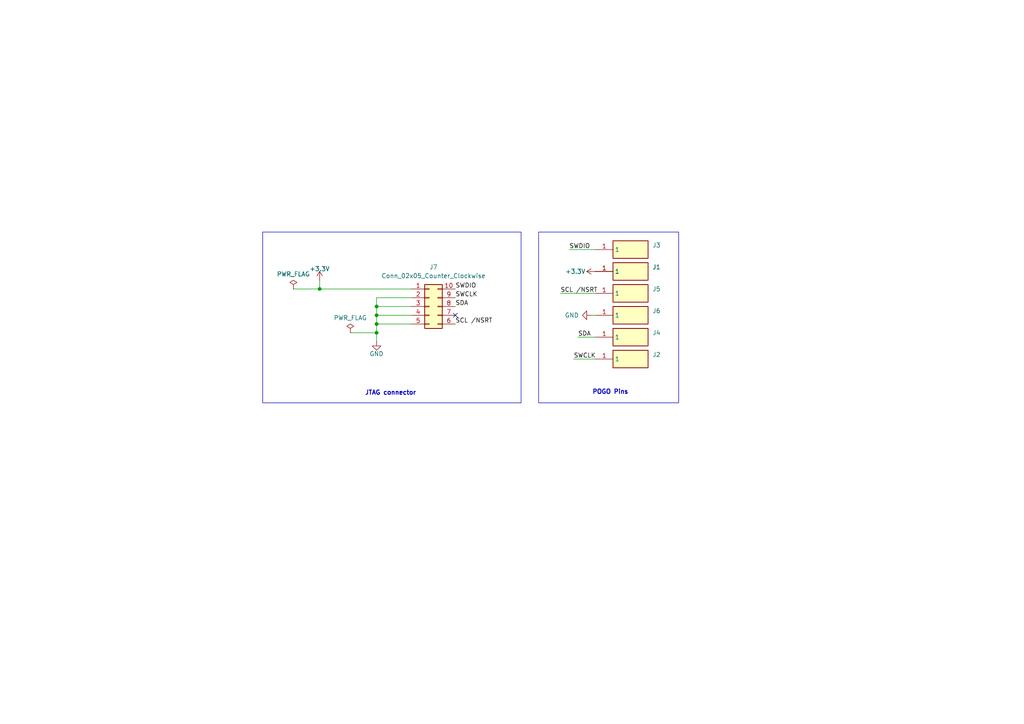
<source format=kicad_sch>
(kicad_sch (version 20250114) (generator "eeschema") (generator_version "9.0")
  (paper "A4")
  (title_block (title "MSPM0C1104_JTAG") (date "2025-08-08") (company "PCB CUPID") (comment 1 "License :  CC BY - SA 4.0"))
  (lib_symbols
    (symbol "Connector_Generic:Conn_02x05_Counter_Clockwise" (pin_names (offset 1.016) (hide yes))
      (property "Reference" "J7" (at 1.27 11.43 0))
      (property "Value" "Conn_02x05_Counter_Clockwise" (at 1.27 8.89 0))
      (symbol "Conn_02x05_Counter_Clockwise_1_1"
        (rectangle (start -1.27 6.35) (end 3.81 -6.35) (stroke (width 0.254)) (fill (type background)))
        (rectangle (start -1.27 5.207) (end 0 4.953) (stroke (width 0.1524)))
        (rectangle (start -1.27 2.667) (end 0 2.413) (stroke (width 0.1524)))
        (rectangle (start -1.27 0.127) (end 0 -0.127) (stroke (width 0.1524)))
        (rectangle (start -1.27 -2.413) (end 0 -2.667) (stroke (width 0.1524)))
        (rectangle (start -1.27 -4.953) (end 0 -5.207) (stroke (width 0.1524)))
        (rectangle (start 3.81 5.207) (end 2.54 4.953) (stroke (width 0.1524)))
        (rectangle (start 3.81 2.667) (end 2.54 2.413) (stroke (width 0.1524)))
        (rectangle (start 3.81 0.127) (end 2.54 -0.127) (stroke (width 0.1524)))
        (rectangle (start 3.81 -2.413) (end 2.54 -2.667) (stroke (width 0.1524)))
        (rectangle (start 3.81 -4.953) (end 2.54 -5.207) (stroke (width 0.1524)))
        (pin passive line (at -5.08 5.08 0) (length 3.81) (name "Pin_1") (number "1"))
        (pin passive line (at -5.08 2.54 0) (length 3.81) (name "Pin_2") (number "2"))
        (pin passive line (at -5.08 0 0) (length 3.81) (name "Pin_3") (number "3"))
        (pin passive line (at -5.08 -2.54 0) (length 3.81) (name "Pin_4") (number "4"))
        (pin passive line (at -5.08 -5.08 0) (length 3.81) (name "Pin_5") (number "5"))
        (pin passive line (at 7.62 5.08 180) (length 3.81) (name "Pin_10") (number "10"))
        (pin passive line (at 7.62 2.54 180) (length 3.81) (name "Pin_9") (number "9"))
        (pin passive line (at 7.62 0 180) (length 3.81) (name "Pin_8") (number "8"))
        (pin passive line (at 7.62 -2.54 180) (length 3.81) (name "Pin_7") (number "7"))
        (pin passive line (at 7.62 -5.08 180) (length 3.81) (name "Pin_6") (number "6"))
      )
    )
    (symbol "pogosmdconn1.0x:0950-0-15-20-64-14-11-0"
      (property "Reference" "J" (at 16.51 7.62 0))
      (property "Value" "0950-0-15-20-64-14-11-0" (at 16.51 5.08 0))
      (symbol "0950-0-15-20-64-14-11-0_1_1"
        (rectangle (start 5.08 2.54) (end 15.24 -2.54) (stroke (width 0.254)) (fill (type background)))
        (pin passive line (at 0 0 0) (length 5.08) (name "1") (number "1"))
      )
    )
    (symbol "power:+3.3V" (power) (pin_numbers (hide yes)) (pin_names (offset 0) (hide yes))
      (property "Value" "+3.3V" (at 0 3.556 0))
      (symbol "+3.3V_0_1"
        (polyline (pts (xy -0.762 1.27) (xy 0 2.54)))
        (polyline (pts (xy 0 2.54) (xy 0.762 1.27)))
        (polyline (pts (xy 0 0) (xy 0 2.54)))
      )
      (symbol "+3.3V_1_1"
        (pin power_in line (at 0 0 90) (length 0) (name "~") (number "1"))
      )
    )
    (symbol "power:GND" (power) (pin_numbers (hide yes)) (pin_names (offset 0) (hide yes))
      (property "Value" "GND" (at 0 -3.81 0))
      (symbol "GND_0_1"
        (polyline (pts (xy 0 0) (xy 0 -1.27) (xy 1.27 -1.27) (xy 0 -2.54) (xy -1.27 -1.27) (xy 0 -1.27)))
      )
      (symbol "GND_1_1"
        (pin power_in line (at 0 0 270) (length 0) (name "~") (number "1"))
      )
    )
    (symbol "power:PWR_FLAG" (power) (pin_numbers (hide yes)) (pin_names (offset 0) (hide yes))
      (property "Value" "PWR_FLAG" (at 0 3.81 0))
      (symbol "PWR_FLAG_0_0"
        (pin power_out line (at 0 0 90) (length 0) (name "~") (number "1"))
      )
      (symbol "PWR_FLAG_0_1"
        (polyline (pts (xy 0 0) (xy 0 1.27) (xy -1.016 1.905) (xy 0 2.54) (xy 1.016 1.905) (xy 0 1.27)))
      )
    )
  )
  (rectangle (start 156.21 67.31) (end 196.85 116.84))
  (rectangle (start 76.2 67.31) (end 151.13 116.84))
  (text "POGO Pins" (at 177.038 113.792 0) (effects (font (size 1.27 1.27) (thickness 0.254) (bold yes))))
  (text "JTAG connector" (at 113.284 114.046 0) (effects (font (size 1.27 1.27) (thickness 0.254) (bold yes))))
  (junction (at 109.22 93.98))
  (junction (at 109.22 96.52))
  (junction (at 92.71 83.82))
  (junction (at 109.22 88.9))
  (junction (at 109.22 91.44))
  (no_connect (at 132.08 91.44))
  (wire (pts (xy 92.71 81.28) (xy 92.71 83.82)))
  (wire (pts (xy 92.71 83.82) (xy 119.38 83.82)))
  (wire (pts (xy 85.09 83.82) (xy 92.71 83.82)))
  (wire (pts (xy 166.37 104.14) (xy 172.72 104.14)))
  (wire (pts (xy 109.22 96.52) (xy 109.22 99.06)))
  (wire (pts (xy 162.56 85.09) (xy 172.72 85.09)))
  (wire (pts (xy 167.64 97.79) (xy 172.72 97.79)))
  (wire (pts (xy 109.22 86.36) (xy 119.38 86.36)))
  (wire (pts (xy 165.1 72.39) (xy 172.72 72.39)))
  (wire (pts (xy 171.45 91.44) (xy 172.72 91.44)))
  (wire (pts (xy 119.38 88.9) (xy 109.22 88.9)))
  (wire (pts (xy 119.38 91.44) (xy 109.22 91.44)))
  (wire (pts (xy 109.22 86.36) (xy 109.22 88.9)))
  (wire (pts (xy 109.22 91.44) (xy 109.22 93.98)))
  (wire (pts (xy 109.22 88.9) (xy 109.22 91.44)))
  (wire (pts (xy 109.22 93.98) (xy 119.38 93.98)))
  (wire (pts (xy 101.6 96.52) (xy 109.22 96.52)))
  (wire (pts (xy 109.22 93.98) (xy 109.22 96.52)))
  (label "SDA" (at 167.64 97.79 0))
  (label "SWCLK" (at 166.37 104.14 0))
  (label "SCL {slash}NSRT" (at 162.56 85.09 0))
  (label "SWDIO" (at 165.1 72.39 0))
  (label "SWCLK" (at 132.08 86.36 0))
  (label "SWDIO" (at 132.08 83.82 0))
  (label "SCL {slash}NSRT" (at 132.08 93.98 0))
  (label "SDA" (at 132.08 88.9 0))
  (symbol (lib_id "pogosmdconn1.0x:0950-0-15-20-64-14-11-0") (at 172.72 78.74 0) (unit 1)
    (property "Reference" "J1" (at 189.23 77.4699 0) (effects (justify left)))
    (property "Value" "0950-0-15-20-64-14-11-0" (effects (hide yes)))
    (property "Footprint" "pcp-kicad_lib:TestPoint_THTPad_D1.5mm_Drill1mm" (effects (hide yes)))
    (property "Datasheet" "https://www.mill-max.com/products/datasheet/pinsrecs/0950-0-15-20-64-14-11-0" (effects (hide yes)))
    (property "Description" "Terminals Low Profile SMT Spring-Loaded Pin, No Tail" (effects (hide yes)))
    (property "Height" "4.35" (effects (hide yes)))
    (property "Mouser Part Number" "575-950015206414110" (effects (hide yes)))
    (property "Mouser Price/Stock" "https://www.mouser.co.uk/ProductDetail/Mill-Max/0950-0-15-20-64-14-11-0?qs=Rp5uXu7WBW9LG1wC%2F4qaxA%3D%3D" (effects (hide yes)))
    (property "Manufacturer_Name" "Mill-Max" (effects (hide yes)))
    (property "Manufacturer_Part_Number" "0950-0-15-20-64-14-11-0" (effects (hide yes)))
  )
  (symbol (lib_id "power:GND") (at 171.45 91.44 270) (unit 1)
    (property "Reference" "#PWR012" (effects (hide yes)))
    (property "Value" "GND" (at 167.894 91.44 90) (effects (justify right)))
    (property "Description" "Power symbol creates a global label with name \"GND\" , ground" (effects (hide yes)))
  )
  (symbol (lib_id "power:+3.3V") (at 172.72 78.74 90) (unit 1)
    (property "Reference" "#PWR023" (effects (hide yes)))
    (property "Value" "+3.3V" (at 166.878 78.74 90))
    (property "Description" "Power symbol creates a global label with name \"+3.3V\"" (effects (hide yes)))
  )
  (symbol (lib_id "power:GND") (at 109.22 99.06 0) (unit 1)
    (property "Reference" "#PWR04" (effects (hide yes)))
    (property "Value" "GND" (at 111.252 102.616 0) (effects (justify right)))
    (property "Description" "Power symbol creates a global label with name \"GND\" , ground" (effects (hide yes)))
  )
  (symbol (lib_id "pogosmdconn1.0x:0950-0-15-20-64-14-11-0") (at 172.72 97.79 0) (unit 1)
    (property "Reference" "J4" (at 189.23 96.5199 0) (effects (justify left)))
    (property "Value" "0950-0-15-20-64-14-11-0" (effects (hide yes)))
    (property "Footprint" "pcp-kicad_lib:TestPoint_THTPad_D1.5mm_Drill1mm" (effects (hide yes)))
    (property "Datasheet" "https://www.mill-max.com/products/datasheet/pinsrecs/0950-0-15-20-64-14-11-0" (effects (hide yes)))
    (property "Description" "Terminals Low Profile SMT Spring-Loaded Pin, No Tail" (effects (hide yes)))
    (property "Height" "4.35" (effects (hide yes)))
    (property "Mouser Part Number" "575-950015206414110" (effects (hide yes)))
    (property "Mouser Price/Stock" "https://www.mouser.co.uk/ProductDetail/Mill-Max/0950-0-15-20-64-14-11-0?qs=Rp5uXu7WBW9LG1wC%2F4qaxA%3D%3D" (effects (hide yes)))
    (property "Manufacturer_Name" "Mill-Max" (effects (hide yes)))
    (property "Manufacturer_Part_Number" "0950-0-15-20-64-14-11-0" (effects (hide yes)))
  )
  (symbol (lib_id "power:PWR_FLAG") (at 101.6 96.52 0) (unit 1)
    (property "Reference" "#FLG02" (effects (hide yes)))
    (property "Value" "PWR_FLAG" (at 101.6 92.202 0))
    (property "Description" "Special symbol for telling ERC where power comes from" (effects (hide yes)))
  )
  (symbol (lib_id "pogosmdconn1.0x:0950-0-15-20-64-14-11-0") (at 172.72 72.39 0) (unit 1)
    (property "Reference" "J3" (at 189.23 71.12 0) (effects (justify left)))
    (property "Value" "0950-0-15-20-64-14-11-0" (effects (hide yes)))
    (property "Footprint" "pcp-kicad_lib:TestPoint_THTPad_D1.5mm_Drill1mm" (effects (hide yes)))
    (property "Datasheet" "https://www.mill-max.com/products/datasheet/pinsrecs/0950-0-15-20-64-14-11-0" (effects (hide yes)))
    (property "Description" "Terminals Low Profile SMT Spring-Loaded Pin, No Tail" (effects (hide yes)))
    (property "Height" "4.35" (effects (hide yes)))
    (property "Mouser Part Number" "575-950015206414110" (effects (hide yes)))
    (property "Mouser Price/Stock" "https://www.mouser.co.uk/ProductDetail/Mill-Max/0950-0-15-20-64-14-11-0?qs=Rp5uXu7WBW9LG1wC%2F4qaxA%3D%3D" (effects (hide yes)))
    (property "Manufacturer_Name" "Mill-Max" (effects (hide yes)))
    (property "Manufacturer_Part_Number" "0950-0-15-20-64-14-11-0" (effects (hide yes)))
  )
  (symbol (lib_id "pogosmdconn1.0x:0950-0-15-20-64-14-11-0") (at 172.72 91.44 0) (unit 1)
    (property "Reference" "J6" (at 189.23 90.1699 0) (effects (justify left)))
    (property "Value" "0950-0-15-20-64-14-11-0" (effects (hide yes)))
    (property "Footprint" "pcp-kicad_lib:TestPoint_THTPad_D1.5mm_Drill1mm" (effects (hide yes)))
    (property "Datasheet" "https://www.mill-max.com/products/datasheet/pinsrecs/0950-0-15-20-64-14-11-0" (effects (hide yes)))
    (property "Description" "Terminals Low Profile SMT Spring-Loaded Pin, No Tail" (effects (hide yes)))
    (property "Height" "4.35" (effects (hide yes)))
    (property "Mouser Part Number" "575-950015206414110" (effects (hide yes)))
    (property "Mouser Price/Stock" "https://www.mouser.co.uk/ProductDetail/Mill-Max/0950-0-15-20-64-14-11-0?qs=Rp5uXu7WBW9LG1wC%2F4qaxA%3D%3D" (effects (hide yes)))
    (property "Manufacturer_Name" "Mill-Max" (effects (hide yes)))
    (property "Manufacturer_Part_Number" "0950-0-15-20-64-14-11-0" (effects (hide yes)))
  )
  (symbol (lib_id "pogosmdconn1.0x:0950-0-15-20-64-14-11-0") (at 172.72 85.09 0) (unit 1)
    (property "Reference" "J5" (at 189.23 83.8199 0) (effects (justify left)))
    (property "Value" "0950-0-15-20-64-14-11-0" (effects (hide yes)))
    (property "Footprint" "pcp-kicad_lib:TestPoint_THTPad_D1.5mm_Drill1mm" (effects (hide yes)))
    (property "Datasheet" "https://www.mill-max.com/products/datasheet/pinsrecs/0950-0-15-20-64-14-11-0" (effects (hide yes)))
    (property "Description" "Terminals Low Profile SMT Spring-Loaded Pin, No Tail" (effects (hide yes)))
    (property "Height" "4.35" (effects (hide yes)))
    (property "Mouser Part Number" "575-950015206414110" (effects (hide yes)))
    (property "Mouser Price/Stock" "https://www.mouser.co.uk/ProductDetail/Mill-Max/0950-0-15-20-64-14-11-0?qs=Rp5uXu7WBW9LG1wC%2F4qaxA%3D%3D" (effects (hide yes)))
    (property "Manufacturer_Name" "Mill-Max" (effects (hide yes)))
    (property "Manufacturer_Part_Number" "0950-0-15-20-64-14-11-0" (effects (hide yes)))
  )
  (symbol (lib_id "power:+3.3V") (at 92.71 81.28 0) (unit 1)
    (property "Reference" "#PWR03" (effects (hide yes)))
    (property "Value" "+3.3V" (at 92.71 77.978 0))
    (property "Description" "Power symbol creates a global label with name \"+3.3V\"" (effects (hide yes)))
  )
  (symbol (lib_id "power:PWR_FLAG") (at 85.09 83.82 0) (unit 1)
    (property "Reference" "#FLG01" (effects (hide yes)))
    (property "Value" "PWR_FLAG" (at 85.09 79.502 0))
    (property "Description" "Special symbol for telling ERC where power comes from" (effects (hide yes)))
  )
  (symbol (lib_id "Connector_Generic:Conn_02x05_Counter_Clockwise") (at 124.46 88.9 0) (unit 1)
    (property "Reference" "J7" (at 125.73 77.47 0))
    (property "Value" "Conn_02x05_Counter_Clockwise" (at 125.73 80.01 0))
    (property "Footprint" "Connector_PinSocket_2.54mm:PinSocket_2x05_P2.54mm_Vertical" (effects (hide yes)))
    (property "Description" "Generic connector, double row, 02x05, counter clockwise pin numbering scheme (similar to DIP package numbering), script generated (kicad-library-utils/schlib/autogen/connector/)" (effects (hide yes)))
  )
  (symbol (lib_id "pogosmdconn1.0x:0950-0-15-20-64-14-11-0") (at 172.72 104.14 0) (unit 1)
    (property "Reference" "J2" (at 189.23 102.8699 0) (effects (justify left)))
    (property "Value" "0950-0-15-20-64-14-11-0" (effects (hide yes)))
    (property "Footprint" "pcp-kicad_lib:TestPoint_THTPad_D1.5mm_Drill1mm" (effects (hide yes)))
    (property "Datasheet" "https://www.mill-max.com/products/datasheet/pinsrecs/0950-0-15-20-64-14-11-0" (effects (hide yes)))
    (property "Description" "Terminals Low Profile SMT Spring-Loaded Pin, No Tail" (effects (hide yes)))
    (property "Height" "4.35" (effects (hide yes)))
    (property "Mouser Part Number" "575-950015206414110" (effects (hide yes)))
    (property "Mouser Price/Stock" "https://www.mouser.co.uk/ProductDetail/Mill-Max/0950-0-15-20-64-14-11-0?qs=Rp5uXu7WBW9LG1wC%2F4qaxA%3D%3D" (effects (hide yes)))
    (property "Manufacturer_Name" "Mill-Max" (effects (hide yes)))
    (property "Manufacturer_Part_Number" "0950-0-15-20-64-14-11-0" (effects (hide yes)))
  )
)
</source>
